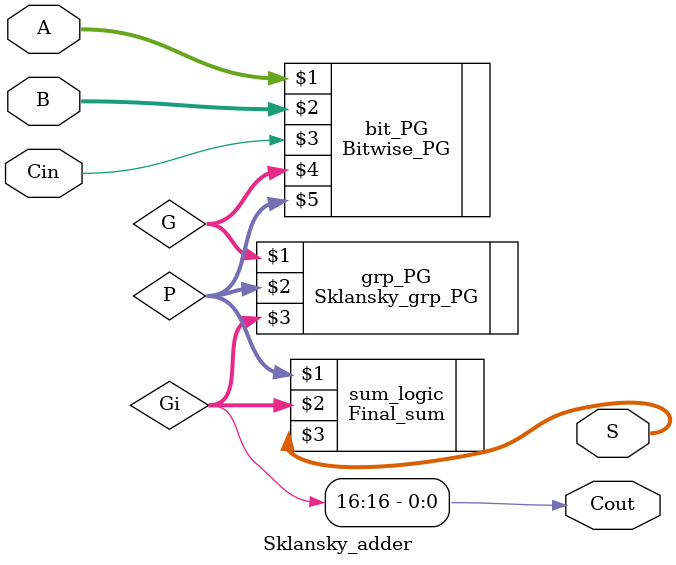
<source format=v>
`timescale 1ns / 1ps
module Sklansky_adder #(parameter WIDTH = 16, VALENCY = 2)(
    input [WIDTH:1] A,
    input [WIDTH:1] B,
    input Cin,
    output [WIDTH:1] S,
    output Cout
    );
    wire [WIDTH:0] G, P, Gi;
    
    Bitwise_PG #(WIDTH) bit_PG(A, B, Cin, G, P);
    
    Sklansky_grp_PG #(WIDTH, VALENCY) grp_PG(G, P, Gi);
    
    Final_sum #(WIDTH) sum_logic(P, Gi, S);
    
    assign Cout = Gi[WIDTH];
endmodule

</source>
